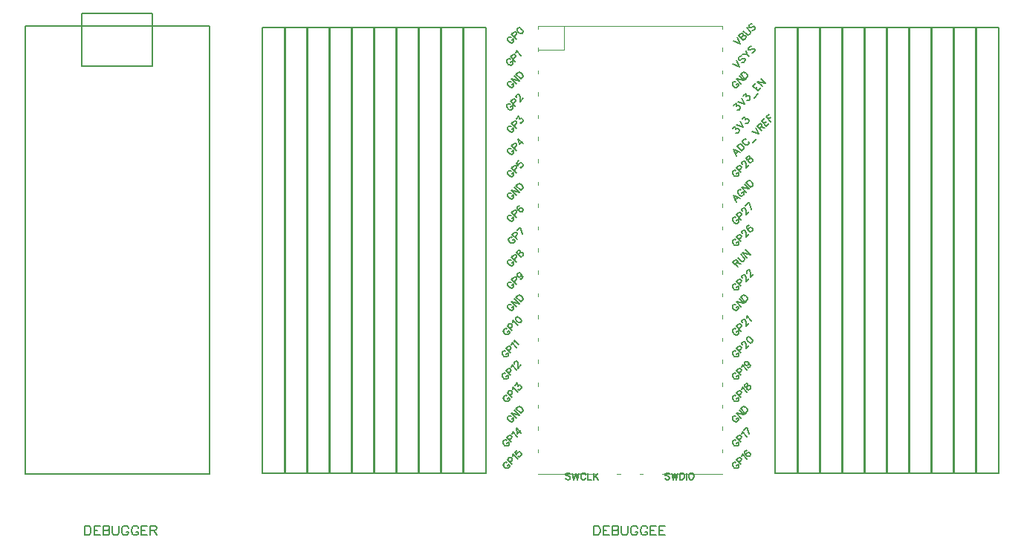
<source format=gto>
G04 Layer: TopSilkscreenLayer*
G04 EasyEDA v6.5.1, 2022-06-12 07:01:07*
G04 a67cddfb3fce44daa9051d46cbbcc19f,10*
G04 Gerber Generator version 0.2*
G04 Scale: 100 percent, Rotated: No, Reflected: No *
G04 Dimensions in inches *
G04 leading zeros omitted , absolute positions ,3 integer and 6 decimal *
%FSLAX36Y36*%
%MOIN*%

%ADD19C,0.0080*%
%ADD20C,0.0047*%
%ADD21C,0.0050*%
%ADD22C,0.0060*%
%ADD23C,0.0059*%

%LPD*%
D22*
X2737799Y163499D02*
G01*
X2737799Y120599D01*
X2737799Y163499D02*
G01*
X2752100Y163499D01*
X2758199Y161500D01*
X2762299Y157399D01*
X2764399Y153299D01*
X2766400Y147199D01*
X2766400Y136900D01*
X2764399Y130799D01*
X2762299Y126700D01*
X2758199Y122600D01*
X2752100Y120599D01*
X2737799Y120599D01*
X2779899Y163499D02*
G01*
X2779899Y120599D01*
X2779899Y163499D02*
G01*
X2806499Y163499D01*
X2779899Y143099D02*
G01*
X2796300Y143099D01*
X2779899Y120599D02*
G01*
X2806499Y120599D01*
X2820000Y163499D02*
G01*
X2820000Y120599D01*
X2820000Y163499D02*
G01*
X2838400Y163499D01*
X2844600Y161500D01*
X2846599Y159400D01*
X2848699Y155300D01*
X2848699Y151199D01*
X2846599Y147199D01*
X2844600Y145100D01*
X2838400Y143099D01*
X2820000Y143099D02*
G01*
X2838400Y143099D01*
X2844600Y140999D01*
X2846599Y139000D01*
X2848699Y134899D01*
X2848699Y128699D01*
X2846599Y124699D01*
X2844600Y122600D01*
X2838400Y120599D01*
X2820000Y120599D01*
X2862200Y163499D02*
G01*
X2862200Y132800D01*
X2864200Y126700D01*
X2868299Y122600D01*
X2874399Y120599D01*
X2878500Y120599D01*
X2884700Y122600D01*
X2888699Y126700D01*
X2890799Y132800D01*
X2890799Y163499D01*
X2935000Y153299D02*
G01*
X2932899Y157399D01*
X2928800Y161500D01*
X2924700Y163499D01*
X2916599Y163499D01*
X2912500Y161500D01*
X2908400Y157399D01*
X2906300Y153299D01*
X2904300Y147199D01*
X2904300Y136900D01*
X2906300Y130799D01*
X2908400Y126700D01*
X2912500Y122600D01*
X2916599Y120599D01*
X2924700Y120599D01*
X2928800Y122600D01*
X2932899Y126700D01*
X2935000Y130799D01*
X2935000Y136900D01*
X2924700Y136900D02*
G01*
X2935000Y136900D01*
X2979200Y153299D02*
G01*
X2977100Y157399D01*
X2973000Y161500D01*
X2968900Y163499D01*
X2960699Y163499D01*
X2956700Y161500D01*
X2952600Y157399D01*
X2950500Y153299D01*
X2948500Y147199D01*
X2948500Y136900D01*
X2950500Y130799D01*
X2952600Y126700D01*
X2956700Y122600D01*
X2960699Y120599D01*
X2968900Y120599D01*
X2973000Y122600D01*
X2977100Y126700D01*
X2979200Y130799D01*
X2979200Y136900D01*
X2968900Y136900D02*
G01*
X2979200Y136900D01*
X2992700Y163499D02*
G01*
X2992700Y120599D01*
X2992700Y163499D02*
G01*
X3019200Y163499D01*
X2992700Y143099D02*
G01*
X3008999Y143099D01*
X2992700Y120599D02*
G01*
X3019200Y120599D01*
X3032700Y163499D02*
G01*
X3032700Y120599D01*
X3032700Y163499D02*
G01*
X3059300Y163499D01*
X3032700Y143099D02*
G01*
X3049099Y143099D01*
X3032700Y120599D02*
G01*
X3059300Y120599D01*
D23*
X2363186Y2256289D02*
G01*
X2360074Y2257278D01*
X2356116Y2257278D01*
X2353004Y2256289D01*
X2348973Y2252258D01*
X2347983Y2249146D01*
X2347983Y2245187D01*
X2348973Y2242076D01*
X2351024Y2238045D01*
X2356116Y2232953D01*
X2360146Y2230904D01*
X2363186Y2229983D01*
X2367217Y2229913D01*
X2370258Y2230974D01*
X2374287Y2235005D01*
X2375348Y2238045D01*
X2375277Y2242076D01*
X2374359Y2245117D01*
X2371318Y2248157D01*
X2366226Y2243065D02*
G01*
X2371318Y2248157D01*
X2364741Y2268027D02*
G01*
X2386026Y2246743D01*
X2364741Y2268027D02*
G01*
X2373864Y2277148D01*
X2377965Y2279128D01*
X2379944Y2279128D01*
X2383055Y2278137D01*
X2386096Y2275097D01*
X2387016Y2272057D01*
X2387087Y2270007D01*
X2385036Y2265976D01*
X2375915Y2256855D01*
X2389702Y2284785D02*
G01*
X2390693Y2287896D01*
X2390693Y2293978D01*
X2411976Y2272694D01*
X2363186Y2055889D02*
G01*
X2360074Y2056878D01*
X2356116Y2056878D01*
X2353004Y2055889D01*
X2348973Y2051858D01*
X2347983Y2048746D01*
X2347983Y2044787D01*
X2348973Y2041676D01*
X2351024Y2037645D01*
X2356116Y2032554D01*
X2360146Y2030504D01*
X2363186Y2029583D01*
X2367217Y2029513D01*
X2370258Y2030574D01*
X2374287Y2034605D01*
X2375348Y2037645D01*
X2375277Y2041676D01*
X2374359Y2044717D01*
X2371318Y2047757D01*
X2366226Y2042665D02*
G01*
X2371318Y2047757D01*
X2364741Y2067627D02*
G01*
X2386026Y2046343D01*
X2364741Y2067627D02*
G01*
X2373864Y2076747D01*
X2377965Y2078728D01*
X2379944Y2078728D01*
X2383055Y2077737D01*
X2386096Y2074697D01*
X2387016Y2071657D01*
X2387087Y2069607D01*
X2385036Y2065576D01*
X2375915Y2056455D01*
X2391754Y2084456D02*
G01*
X2390763Y2085446D01*
X2389702Y2088485D01*
X2389702Y2090466D01*
X2390693Y2093578D01*
X2394723Y2097608D01*
X2397834Y2098598D01*
X2399814Y2098598D01*
X2402854Y2097537D01*
X2404835Y2095558D01*
X2405896Y2092516D01*
X2406886Y2087426D01*
X2406886Y2067202D01*
X2421099Y2081415D01*
X2367097Y2355861D02*
G01*
X2364058Y2356921D01*
X2360027Y2356851D01*
X2356986Y2355931D01*
X2352885Y2351830D01*
X2351966Y2348789D01*
X2351895Y2344758D01*
X2352956Y2341718D01*
X2354935Y2337617D01*
X2360027Y2332525D01*
X2364129Y2330545D01*
X2367097Y2329555D01*
X2371199Y2329555D01*
X2374170Y2330545D01*
X2378271Y2334647D01*
X2379260Y2337617D01*
X2379260Y2341718D01*
X2378271Y2344688D01*
X2375230Y2347728D01*
X2370209Y2342707D02*
G01*
X2375230Y2347728D01*
X2368725Y2367669D02*
G01*
X2390009Y2346385D01*
X2368725Y2367669D02*
G01*
X2377845Y2376790D01*
X2381877Y2378699D01*
X2383927Y2378771D01*
X2386967Y2377710D01*
X2390009Y2374670D01*
X2390999Y2371700D01*
X2390999Y2369578D01*
X2389018Y2365619D01*
X2379897Y2356496D01*
X2395666Y2394609D02*
G01*
X2393685Y2390509D01*
X2394675Y2385417D01*
X2398706Y2379407D01*
X2401746Y2376367D01*
X2407827Y2372265D01*
X2412919Y2371275D01*
X2416949Y2373326D01*
X2418928Y2375306D01*
X2420979Y2379335D01*
X2419989Y2384427D01*
X2415888Y2390509D01*
X2412848Y2393548D01*
X2406837Y2397579D01*
X2401746Y2398569D01*
X2397645Y2396590D01*
X2395666Y2394609D01*
X2367097Y1955860D02*
G01*
X2364058Y1956921D01*
X2360027Y1956851D01*
X2356986Y1955931D01*
X2352885Y1951830D01*
X2351966Y1948789D01*
X2351895Y1944758D01*
X2352956Y1941718D01*
X2354935Y1937617D01*
X2360027Y1932525D01*
X2364129Y1930545D01*
X2367097Y1929555D01*
X2371199Y1929555D01*
X2374170Y1930545D01*
X2378271Y1934647D01*
X2379260Y1937617D01*
X2379260Y1941718D01*
X2378271Y1944688D01*
X2375230Y1947728D01*
X2370209Y1942707D02*
G01*
X2375230Y1947728D01*
X2368725Y1967669D02*
G01*
X2390009Y1946385D01*
X2368725Y1967669D02*
G01*
X2377845Y1976790D01*
X2381877Y1978699D01*
X2383927Y1978771D01*
X2386967Y1977710D01*
X2390009Y1974670D01*
X2390999Y1971700D01*
X2390999Y1969578D01*
X2389018Y1965619D01*
X2379897Y1956496D01*
X2391563Y1990509D02*
G01*
X2402736Y2001680D01*
X2404786Y1987467D01*
X2407827Y1990509D01*
X2410798Y1991498D01*
X2412919Y1991498D01*
X2416949Y1989448D01*
X2418928Y1987467D01*
X2420979Y1983438D01*
X2420979Y1979335D01*
X2418928Y1975306D01*
X2415888Y1972265D01*
X2411858Y1970214D01*
X2409808Y1970286D01*
X2406837Y1971275D01*
X2367097Y1855860D02*
G01*
X2364058Y1856921D01*
X2360027Y1856851D01*
X2356986Y1855931D01*
X2352885Y1851830D01*
X2351966Y1848789D01*
X2351895Y1844758D01*
X2352956Y1841718D01*
X2354935Y1837617D01*
X2360027Y1832525D01*
X2364129Y1830545D01*
X2367097Y1829555D01*
X2371199Y1829555D01*
X2374170Y1830545D01*
X2378271Y1834647D01*
X2379260Y1837617D01*
X2379260Y1841718D01*
X2378271Y1844688D01*
X2375230Y1847728D01*
X2370209Y1842707D02*
G01*
X2375230Y1847728D01*
X2368725Y1867669D02*
G01*
X2390009Y1846385D01*
X2368725Y1867669D02*
G01*
X2377845Y1876790D01*
X2381877Y1878699D01*
X2383927Y1878771D01*
X2386967Y1877710D01*
X2390009Y1874670D01*
X2390999Y1871700D01*
X2390999Y1869578D01*
X2389018Y1865619D01*
X2379897Y1856496D01*
X2399696Y1898640D02*
G01*
X2403797Y1874315D01*
X2418928Y1889448D01*
X2399696Y1898640D02*
G01*
X2420979Y1877357D01*
X2367097Y1755860D02*
G01*
X2364058Y1756921D01*
X2360027Y1756851D01*
X2356986Y1755931D01*
X2352885Y1751830D01*
X2351966Y1748789D01*
X2351895Y1744758D01*
X2352956Y1741718D01*
X2354935Y1737617D01*
X2360027Y1732525D01*
X2364129Y1730545D01*
X2367097Y1729555D01*
X2371199Y1729555D01*
X2374170Y1730545D01*
X2378271Y1734647D01*
X2379260Y1737617D01*
X2379260Y1741718D01*
X2378271Y1744688D01*
X2375230Y1747728D01*
X2370209Y1742707D02*
G01*
X2375230Y1747728D01*
X2368725Y1767669D02*
G01*
X2390009Y1746385D01*
X2368725Y1767669D02*
G01*
X2377845Y1776790D01*
X2381877Y1778699D01*
X2383927Y1778771D01*
X2386967Y1777710D01*
X2390009Y1774670D01*
X2390999Y1771700D01*
X2390999Y1769578D01*
X2389018Y1765619D01*
X2379897Y1756496D01*
X2401675Y1800619D02*
G01*
X2391563Y1790509D01*
X2399696Y1780396D01*
X2399696Y1782377D01*
X2401746Y1786408D01*
X2404786Y1789448D01*
X2408818Y1791498D01*
X2412919Y1791498D01*
X2416949Y1789448D01*
X2418928Y1787467D01*
X2420979Y1783438D01*
X2420979Y1779335D01*
X2418928Y1775306D01*
X2415888Y1772265D01*
X2411858Y1770214D01*
X2409808Y1770286D01*
X2406837Y1771275D01*
X2367097Y1555860D02*
G01*
X2364058Y1556921D01*
X2360027Y1556851D01*
X2356986Y1555931D01*
X2352885Y1551830D01*
X2351966Y1548789D01*
X2351895Y1544758D01*
X2352956Y1541718D01*
X2354935Y1537617D01*
X2360027Y1532525D01*
X2364129Y1530545D01*
X2367097Y1529555D01*
X2371199Y1529555D01*
X2374170Y1530545D01*
X2378271Y1534647D01*
X2379260Y1537617D01*
X2379260Y1541718D01*
X2378271Y1544688D01*
X2375230Y1547728D01*
X2370209Y1542707D02*
G01*
X2375230Y1547728D01*
X2368725Y1567669D02*
G01*
X2390009Y1546385D01*
X2368725Y1567669D02*
G01*
X2377845Y1576790D01*
X2381877Y1578699D01*
X2383927Y1578771D01*
X2386967Y1577710D01*
X2390009Y1574670D01*
X2390999Y1571700D01*
X2390999Y1569578D01*
X2389018Y1565619D01*
X2379897Y1556496D01*
X2404717Y1597579D02*
G01*
X2401746Y1598569D01*
X2397645Y1596590D01*
X2395666Y1594609D01*
X2393685Y1590509D01*
X2394675Y1585417D01*
X2398706Y1579407D01*
X2403797Y1574315D01*
X2408818Y1571275D01*
X2412919Y1571275D01*
X2416949Y1573326D01*
X2417938Y1574315D01*
X2419989Y1578346D01*
X2419919Y1582377D01*
X2417938Y1586478D01*
X2416949Y1587467D01*
X2412848Y1589448D01*
X2408818Y1589519D01*
X2404786Y1587467D01*
X2403797Y1586478D01*
X2401746Y1582447D01*
X2401746Y1578346D01*
X2403797Y1574315D01*
X2371073Y1457100D02*
G01*
X2367962Y1458090D01*
X2364003Y1458090D01*
X2360961Y1457029D01*
X2356931Y1452998D01*
X2355870Y1449958D01*
X2355799Y1445927D01*
X2356860Y1442887D01*
X2358912Y1438856D01*
X2364003Y1433766D01*
X2368032Y1431714D01*
X2371003Y1430725D01*
X2375104Y1430725D01*
X2378145Y1431786D01*
X2382174Y1435815D01*
X2383235Y1438856D01*
X2383164Y1442887D01*
X2382245Y1445927D01*
X2379206Y1448967D01*
X2374113Y1443877D02*
G01*
X2379206Y1448967D01*
X2372700Y1468766D02*
G01*
X2393913Y1447554D01*
X2372700Y1468766D02*
G01*
X2381822Y1477889D01*
X2385852Y1479940D01*
X2387831Y1479940D01*
X2390943Y1478949D01*
X2393984Y1475909D01*
X2394903Y1472869D01*
X2394974Y1470817D01*
X2392923Y1466786D01*
X2383801Y1457665D01*
X2407701Y1503769D02*
G01*
X2418804Y1472444D01*
X2393559Y1489627D02*
G01*
X2407701Y1503769D01*
X2367097Y1355860D02*
G01*
X2364058Y1356921D01*
X2360027Y1356851D01*
X2356986Y1355931D01*
X2352885Y1351830D01*
X2351966Y1348789D01*
X2351895Y1344758D01*
X2352956Y1341718D01*
X2354935Y1337617D01*
X2360027Y1332525D01*
X2364129Y1330545D01*
X2367097Y1329555D01*
X2371199Y1329555D01*
X2374170Y1330545D01*
X2378271Y1334647D01*
X2379260Y1337617D01*
X2379260Y1341718D01*
X2378271Y1344688D01*
X2375230Y1347728D01*
X2370209Y1342707D02*
G01*
X2375230Y1347728D01*
X2368725Y1367669D02*
G01*
X2390009Y1346385D01*
X2368725Y1367669D02*
G01*
X2377845Y1376790D01*
X2381877Y1378699D01*
X2383927Y1378771D01*
X2386967Y1377710D01*
X2390009Y1374670D01*
X2390999Y1371700D01*
X2390999Y1369578D01*
X2389018Y1365619D01*
X2379897Y1356496D01*
X2394605Y1393548D02*
G01*
X2392624Y1389448D01*
X2393615Y1386478D01*
X2395666Y1384427D01*
X2398706Y1383366D01*
X2401746Y1384427D01*
X2406767Y1387467D01*
X2410868Y1389448D01*
X2414898Y1389519D01*
X2417938Y1388458D01*
X2420979Y1385417D01*
X2421970Y1382447D01*
X2421970Y1380326D01*
X2419919Y1376296D01*
X2415888Y1372265D01*
X2411858Y1370214D01*
X2409808Y1370286D01*
X2406837Y1371275D01*
X2403797Y1374315D01*
X2402736Y1377357D01*
X2402807Y1381386D01*
X2404786Y1385488D01*
X2407827Y1390509D01*
X2408818Y1393479D01*
X2407827Y1396590D01*
X2405776Y1398640D01*
X2402736Y1399560D01*
X2398635Y1397579D01*
X2394605Y1393548D01*
X2367106Y1255862D02*
G01*
X2364065Y1256923D01*
X2360033Y1256853D01*
X2356994Y1255934D01*
X2352893Y1251833D01*
X2351972Y1248791D01*
X2351903Y1244762D01*
X2352962Y1241720D01*
X2354943Y1237620D01*
X2359964Y1232600D01*
X2364065Y1230619D01*
X2367106Y1229558D01*
X2371207Y1229558D01*
X2374176Y1230549D01*
X2378278Y1234650D01*
X2379268Y1237620D01*
X2379268Y1241720D01*
X2378207Y1244762D01*
X2375167Y1247802D01*
X2370146Y1242782D02*
G01*
X2375167Y1247802D01*
X2368732Y1267671D02*
G01*
X2390015Y1246388D01*
X2368732Y1267671D02*
G01*
X2377853Y1276793D01*
X2381884Y1278703D01*
X2383935Y1278773D01*
X2386975Y1277712D01*
X2390015Y1274672D01*
X2391005Y1271703D01*
X2391005Y1269580D01*
X2389026Y1265621D01*
X2379903Y1256500D01*
X2409885Y1294542D02*
G01*
X2411864Y1290441D01*
X2411864Y1286480D01*
X2409814Y1282451D01*
X2408824Y1281460D01*
X2404794Y1279409D01*
X2400763Y1279339D01*
X2396733Y1281390D01*
X2395672Y1282451D01*
X2393621Y1286480D01*
X2393693Y1290511D01*
X2395672Y1294612D01*
X2396662Y1295603D01*
X2400763Y1297582D01*
X2404723Y1297582D01*
X2409885Y1294542D01*
X2414906Y1289522D01*
X2418936Y1283370D01*
X2419997Y1278348D01*
X2417947Y1274319D01*
X2415896Y1272267D01*
X2411864Y1270217D01*
X2408824Y1271278D01*
X2348195Y1046968D02*
G01*
X2345155Y1048027D01*
X2341124Y1047957D01*
X2338013Y1046968D01*
X2333982Y1042937D01*
X2333063Y1039897D01*
X2332992Y1035866D01*
X2334053Y1032824D01*
X2336032Y1028724D01*
X2341124Y1023632D01*
X2345226Y1021653D01*
X2348195Y1020662D01*
X2352296Y1020662D01*
X2355267Y1021653D01*
X2359296Y1025684D01*
X2360357Y1028724D01*
X2360357Y1032824D01*
X2359368Y1035794D01*
X2356327Y1038836D01*
X2351235Y1033744D02*
G01*
X2356327Y1038836D01*
X2349822Y1058775D02*
G01*
X2371106Y1037492D01*
X2349822Y1058775D02*
G01*
X2358873Y1067827D01*
X2362974Y1069807D01*
X2365024Y1069877D01*
X2368064Y1068816D01*
X2371106Y1065776D01*
X2372096Y1062806D01*
X2372096Y1060684D01*
X2370045Y1056655D01*
X2360994Y1047604D01*
X2374782Y1075534D02*
G01*
X2375702Y1078575D01*
X2375702Y1084656D01*
X2396985Y1063371D01*
X2388500Y1097455D02*
G01*
X2386521Y1093353D01*
X2387511Y1088263D01*
X2391540Y1082251D01*
X2394582Y1079212D01*
X2400663Y1075109D01*
X2405753Y1074121D01*
X2409785Y1076170D01*
X2411764Y1078150D01*
X2413815Y1082181D01*
X2412825Y1087273D01*
X2408724Y1093353D01*
X2405682Y1096394D01*
X2399673Y1100425D01*
X2394582Y1101415D01*
X2390481Y1099434D01*
X2388500Y1097455D01*
X2342480Y947002D02*
G01*
X2339369Y947993D01*
X2335410Y947993D01*
X2332299Y947002D01*
X2328267Y942971D01*
X2327277Y939861D01*
X2327206Y935830D01*
X2328267Y932790D01*
X2330318Y928760D01*
X2335410Y923667D01*
X2339440Y921617D01*
X2342410Y920628D01*
X2346511Y920628D01*
X2349552Y921689D01*
X2353581Y925718D01*
X2354642Y928760D01*
X2354571Y932790D01*
X2353653Y935830D01*
X2350613Y938870D01*
X2345520Y933780D02*
G01*
X2350613Y938870D01*
X2344036Y958741D02*
G01*
X2365320Y937456D01*
X2344036Y958741D02*
G01*
X2353158Y967863D01*
X2357259Y969843D01*
X2359238Y969843D01*
X2362350Y968852D01*
X2365390Y965812D01*
X2366310Y962770D01*
X2366381Y960720D01*
X2364330Y956689D01*
X2355209Y947568D01*
X2368996Y975498D02*
G01*
X2369987Y978611D01*
X2369987Y984692D01*
X2391270Y963407D01*
X2380735Y987237D02*
G01*
X2381724Y990349D01*
X2381724Y996430D01*
X2403009Y975145D01*
X2342480Y847002D02*
G01*
X2339369Y847993D01*
X2335410Y847993D01*
X2332299Y847002D01*
X2328267Y842971D01*
X2327277Y839861D01*
X2327206Y835830D01*
X2328267Y832790D01*
X2330318Y828760D01*
X2335410Y823667D01*
X2339440Y821617D01*
X2342410Y820628D01*
X2346511Y820628D01*
X2349552Y821689D01*
X2353581Y825718D01*
X2354642Y828760D01*
X2354571Y832790D01*
X2353653Y835830D01*
X2350613Y838870D01*
X2345520Y833780D02*
G01*
X2350613Y838870D01*
X2344036Y858741D02*
G01*
X2365320Y837456D01*
X2344036Y858741D02*
G01*
X2353158Y867863D01*
X2357259Y869843D01*
X2359238Y869843D01*
X2362350Y868852D01*
X2365390Y865812D01*
X2366310Y862770D01*
X2366381Y860720D01*
X2364330Y856689D01*
X2355209Y847568D01*
X2368996Y875498D02*
G01*
X2369987Y878611D01*
X2369987Y884692D01*
X2391270Y863407D01*
X2382714Y887237D02*
G01*
X2381724Y888227D01*
X2380735Y891338D01*
X2380735Y893317D01*
X2381724Y896430D01*
X2385756Y900459D01*
X2388867Y901449D01*
X2390847Y901449D01*
X2393887Y900390D01*
X2395866Y898409D01*
X2396927Y895369D01*
X2397917Y890277D01*
X2397917Y870055D01*
X2412130Y884268D01*
X2348195Y746968D02*
G01*
X2345155Y748027D01*
X2341124Y747957D01*
X2338013Y746968D01*
X2333982Y742937D01*
X2333063Y739897D01*
X2332992Y735866D01*
X2334053Y732824D01*
X2336032Y728724D01*
X2341124Y723632D01*
X2345226Y721653D01*
X2348195Y720662D01*
X2352296Y720662D01*
X2355267Y721653D01*
X2359296Y725684D01*
X2360357Y728724D01*
X2360357Y732824D01*
X2359368Y735794D01*
X2356327Y738836D01*
X2351235Y733744D02*
G01*
X2356327Y738836D01*
X2349822Y758775D02*
G01*
X2371106Y737492D01*
X2349822Y758775D02*
G01*
X2358873Y767827D01*
X2362974Y769807D01*
X2365024Y769877D01*
X2368064Y768816D01*
X2371106Y765776D01*
X2372096Y762806D01*
X2372096Y760684D01*
X2370045Y756655D01*
X2360994Y747604D01*
X2374782Y775534D02*
G01*
X2375702Y778575D01*
X2375702Y784656D01*
X2396985Y763371D01*
X2384399Y793353D02*
G01*
X2395572Y804526D01*
X2397622Y790313D01*
X2400663Y793353D01*
X2403633Y794344D01*
X2405753Y794344D01*
X2409785Y792292D01*
X2411764Y790313D01*
X2413815Y786282D01*
X2413815Y782181D01*
X2411764Y778150D01*
X2408724Y775109D01*
X2404692Y773060D01*
X2402642Y773130D01*
X2399673Y774121D01*
X2346392Y546975D02*
G01*
X2343352Y548034D01*
X2339322Y547964D01*
X2336210Y546975D01*
X2332179Y542944D01*
X2331189Y539832D01*
X2331189Y535873D01*
X2332250Y532833D01*
X2334229Y528730D01*
X2339322Y523640D01*
X2343423Y521660D01*
X2346392Y520670D01*
X2350423Y520599D01*
X2353464Y521660D01*
X2357493Y525691D01*
X2358554Y528730D01*
X2358554Y532833D01*
X2357565Y535801D01*
X2354524Y538843D01*
X2349432Y533751D02*
G01*
X2354524Y538843D01*
X2347947Y558712D02*
G01*
X2369232Y537429D01*
X2347947Y558712D02*
G01*
X2357070Y567833D01*
X2361171Y569814D01*
X2363221Y569884D01*
X2366261Y568823D01*
X2369303Y565783D01*
X2370293Y562813D01*
X2370293Y560693D01*
X2368242Y556662D01*
X2359120Y547539D01*
X2372908Y575470D02*
G01*
X2373899Y578582D01*
X2373899Y584663D01*
X2395182Y563380D01*
X2390727Y601493D02*
G01*
X2394828Y577168D01*
X2409961Y592300D01*
X2390727Y601493D02*
G01*
X2412012Y580208D01*
X2348195Y446968D02*
G01*
X2345155Y448027D01*
X2341124Y447957D01*
X2338013Y446968D01*
X2333982Y442937D01*
X2333063Y439897D01*
X2332992Y435866D01*
X2334053Y432824D01*
X2336032Y428724D01*
X2341124Y423632D01*
X2345226Y421653D01*
X2348195Y420662D01*
X2352296Y420662D01*
X2355267Y421653D01*
X2359296Y425684D01*
X2360357Y428724D01*
X2360357Y432824D01*
X2359368Y435794D01*
X2356327Y438836D01*
X2351235Y433744D02*
G01*
X2356327Y438836D01*
X2349822Y458775D02*
G01*
X2371106Y437492D01*
X2349822Y458775D02*
G01*
X2358873Y467827D01*
X2362974Y469807D01*
X2365024Y469877D01*
X2368064Y468816D01*
X2371106Y465776D01*
X2372096Y462806D01*
X2372096Y460684D01*
X2370045Y456655D01*
X2360994Y447604D01*
X2374782Y475534D02*
G01*
X2375702Y478575D01*
X2375702Y484655D01*
X2396985Y463371D01*
X2394511Y503465D02*
G01*
X2384399Y493353D01*
X2392530Y483242D01*
X2392530Y485221D01*
X2394582Y489252D01*
X2397622Y492292D01*
X2401652Y494344D01*
X2405753Y494344D01*
X2409785Y492292D01*
X2411764Y490313D01*
X2413815Y486282D01*
X2413815Y482181D01*
X2411764Y478150D01*
X2408724Y475109D01*
X2404692Y473060D01*
X2402642Y473130D01*
X2399673Y474121D01*
X3376086Y446988D02*
G01*
X3372974Y447979D01*
X3369016Y447979D01*
X3365904Y446988D01*
X3361873Y442957D01*
X3360883Y439846D01*
X3360883Y435886D01*
X3361873Y432775D01*
X3363924Y428744D01*
X3369016Y423654D01*
X3373046Y421604D01*
X3376086Y420684D01*
X3380117Y420614D01*
X3383158Y421673D01*
X3387187Y425704D01*
X3388248Y428744D01*
X3388177Y432775D01*
X3387259Y435817D01*
X3384218Y438856D01*
X3379126Y433766D02*
G01*
X3384218Y438856D01*
X3377641Y458726D02*
G01*
X3398926Y437442D01*
X3377641Y458726D02*
G01*
X3386764Y467847D01*
X3390865Y469828D01*
X3392844Y469828D01*
X3395955Y468838D01*
X3398996Y465797D01*
X3399916Y462757D01*
X3399987Y460707D01*
X3397935Y456676D01*
X3388815Y447555D01*
X3402602Y475484D02*
G01*
X3403593Y478596D01*
X3403593Y484677D01*
X3424876Y463393D01*
X3425442Y500446D02*
G01*
X3422473Y501435D01*
X3418371Y499456D01*
X3416320Y497406D01*
X3414341Y493303D01*
X3415402Y488283D01*
X3419362Y482202D01*
X3424453Y477112D01*
X3429543Y474142D01*
X3433575Y474070D01*
X3437605Y476122D01*
X3438666Y477181D01*
X3440716Y481212D01*
X3440645Y485243D01*
X3438594Y489274D01*
X3437605Y490264D01*
X3433575Y492314D01*
X3429543Y492384D01*
X3425514Y490333D01*
X3424453Y489274D01*
X3422402Y485243D01*
X3422473Y481212D01*
X3424453Y477112D01*
X3376086Y546988D02*
G01*
X3372974Y547979D01*
X3369016Y547979D01*
X3365904Y546988D01*
X3361873Y542957D01*
X3360883Y539846D01*
X3360883Y535886D01*
X3361873Y532775D01*
X3363924Y528744D01*
X3369016Y523654D01*
X3373046Y521604D01*
X3376086Y520684D01*
X3380117Y520614D01*
X3383158Y521673D01*
X3387187Y525704D01*
X3388248Y528744D01*
X3388177Y532775D01*
X3387259Y535817D01*
X3384218Y538856D01*
X3379126Y533766D02*
G01*
X3384218Y538856D01*
X3377641Y558726D02*
G01*
X3398926Y537442D01*
X3377641Y558726D02*
G01*
X3386764Y567847D01*
X3390865Y569828D01*
X3392844Y569828D01*
X3395955Y568838D01*
X3398996Y565797D01*
X3399916Y562757D01*
X3399987Y560707D01*
X3397935Y556676D01*
X3388815Y547555D01*
X3402602Y575484D02*
G01*
X3403593Y578596D01*
X3403593Y584677D01*
X3424876Y563393D01*
X3424453Y605536D02*
G01*
X3435625Y574142D01*
X3410240Y591323D02*
G01*
X3424453Y605536D01*
X3376086Y746988D02*
G01*
X3372974Y747979D01*
X3369016Y747979D01*
X3365904Y746988D01*
X3361873Y742957D01*
X3360883Y739846D01*
X3360883Y735886D01*
X3361873Y732775D01*
X3363924Y728744D01*
X3369016Y723654D01*
X3373046Y721604D01*
X3376086Y720684D01*
X3380117Y720614D01*
X3383158Y721673D01*
X3387187Y725704D01*
X3388248Y728744D01*
X3388177Y732775D01*
X3387259Y735817D01*
X3384218Y738856D01*
X3379126Y733766D02*
G01*
X3384218Y738856D01*
X3377641Y758726D02*
G01*
X3398926Y737442D01*
X3377641Y758726D02*
G01*
X3386764Y767847D01*
X3390865Y769828D01*
X3392844Y769828D01*
X3395955Y768838D01*
X3398996Y765797D01*
X3399916Y762757D01*
X3399987Y760707D01*
X3397935Y756676D01*
X3388815Y747555D01*
X3402602Y775484D02*
G01*
X3403593Y778596D01*
X3403593Y784677D01*
X3424876Y763393D01*
X3415330Y796415D02*
G01*
X3413351Y792314D01*
X3414341Y789344D01*
X3416391Y787294D01*
X3419431Y786233D01*
X3422473Y787294D01*
X3427493Y790333D01*
X3431594Y792314D01*
X3435554Y792314D01*
X3438666Y791323D01*
X3441706Y788283D01*
X3442626Y785243D01*
X3442695Y783193D01*
X3440645Y779162D01*
X3436615Y775131D01*
X3432584Y773081D01*
X3430533Y773152D01*
X3427493Y774070D01*
X3424453Y777112D01*
X3423463Y780223D01*
X3423463Y784182D01*
X3425442Y788283D01*
X3428554Y793375D01*
X3429543Y796345D01*
X3428482Y799385D01*
X3426432Y801435D01*
X3423463Y802426D01*
X3419362Y800446D01*
X3415330Y796415D01*
X3376086Y846988D02*
G01*
X3372974Y847979D01*
X3369016Y847979D01*
X3365904Y846988D01*
X3361873Y842957D01*
X3360883Y839846D01*
X3360883Y835886D01*
X3361873Y832775D01*
X3363924Y828744D01*
X3369016Y823654D01*
X3373046Y821604D01*
X3376086Y820684D01*
X3380117Y820614D01*
X3383158Y821673D01*
X3387187Y825704D01*
X3388248Y828744D01*
X3388177Y832775D01*
X3387259Y835817D01*
X3384218Y838856D01*
X3379126Y833766D02*
G01*
X3384218Y838856D01*
X3377641Y858726D02*
G01*
X3398926Y837442D01*
X3377641Y858726D02*
G01*
X3386764Y867847D01*
X3390865Y869828D01*
X3392844Y869828D01*
X3395955Y868838D01*
X3398996Y865797D01*
X3399916Y862757D01*
X3399987Y860707D01*
X3397935Y856676D01*
X3388815Y847555D01*
X3402602Y875484D02*
G01*
X3403593Y878596D01*
X3403593Y884677D01*
X3424876Y863393D01*
X3430533Y897334D02*
G01*
X3432584Y893303D01*
X3432584Y889344D01*
X3430604Y885243D01*
X3429543Y884182D01*
X3425442Y882202D01*
X3421482Y882202D01*
X3417381Y884182D01*
X3416320Y885243D01*
X3414341Y889344D01*
X3414341Y893303D01*
X3416320Y897406D01*
X3417381Y898465D01*
X3421482Y900446D01*
X3425442Y900446D01*
X3430533Y897334D01*
X3435554Y892314D01*
X3439656Y886233D01*
X3440716Y881212D01*
X3438666Y877181D01*
X3436615Y875131D01*
X3432584Y873081D01*
X3429543Y874142D01*
X3376086Y946988D02*
G01*
X3372974Y947979D01*
X3369016Y947979D01*
X3365904Y946988D01*
X3361873Y942957D01*
X3360883Y939846D01*
X3360883Y935886D01*
X3361873Y932775D01*
X3363924Y928744D01*
X3369016Y923654D01*
X3373046Y921604D01*
X3376086Y920684D01*
X3380117Y920614D01*
X3383158Y921673D01*
X3387187Y925704D01*
X3388248Y928744D01*
X3388177Y932775D01*
X3387259Y935817D01*
X3384218Y938856D01*
X3379126Y933766D02*
G01*
X3384218Y938856D01*
X3377641Y958726D02*
G01*
X3398926Y937442D01*
X3377641Y958726D02*
G01*
X3386764Y967847D01*
X3390865Y969828D01*
X3392844Y969828D01*
X3395955Y968838D01*
X3398996Y965797D01*
X3399916Y962757D01*
X3399987Y960707D01*
X3397935Y956676D01*
X3388815Y947555D01*
X3404654Y975556D02*
G01*
X3403663Y976545D01*
X3402602Y979585D01*
X3402602Y981565D01*
X3403593Y984677D01*
X3407623Y988708D01*
X3410735Y989697D01*
X3412714Y989697D01*
X3415754Y988636D01*
X3417735Y986658D01*
X3418796Y983616D01*
X3419786Y978526D01*
X3419786Y958303D01*
X3433999Y972514D01*
X3425442Y1006527D02*
G01*
X3423463Y1002426D01*
X3424524Y997406D01*
X3428482Y991323D01*
X3431523Y988283D01*
X3437676Y984252D01*
X3442695Y983193D01*
X3446727Y985243D01*
X3448777Y987294D01*
X3450828Y991323D01*
X3449767Y996345D01*
X3445736Y1002496D01*
X3442695Y1005536D01*
X3436615Y1009497D01*
X3431594Y1010558D01*
X3427493Y1008578D01*
X3425442Y1006527D01*
X3376086Y1046588D02*
G01*
X3372974Y1047579D01*
X3369016Y1047579D01*
X3365904Y1046588D01*
X3361873Y1042557D01*
X3360883Y1039447D01*
X3360883Y1035486D01*
X3361873Y1032375D01*
X3363924Y1028344D01*
X3369016Y1023254D01*
X3373046Y1021203D01*
X3376086Y1020284D01*
X3380117Y1020214D01*
X3383158Y1021273D01*
X3387187Y1025304D01*
X3388248Y1028344D01*
X3388177Y1032375D01*
X3387259Y1035417D01*
X3384218Y1038456D01*
X3379126Y1033366D02*
G01*
X3384218Y1038456D01*
X3377641Y1058326D02*
G01*
X3398926Y1037042D01*
X3377641Y1058326D02*
G01*
X3386764Y1067447D01*
X3390865Y1069427D01*
X3392844Y1069427D01*
X3395955Y1068438D01*
X3398996Y1065398D01*
X3399916Y1062357D01*
X3399987Y1060306D01*
X3397935Y1056275D01*
X3388815Y1047154D01*
X3404654Y1075156D02*
G01*
X3403663Y1076145D01*
X3402602Y1079185D01*
X3402602Y1081165D01*
X3403593Y1084277D01*
X3407623Y1088308D01*
X3410735Y1089297D01*
X3412714Y1089297D01*
X3415754Y1088236D01*
X3417735Y1086257D01*
X3418796Y1083216D01*
X3419786Y1078126D01*
X3419786Y1057903D01*
X3433999Y1072114D01*
X3423463Y1095945D02*
G01*
X3424453Y1099056D01*
X3424453Y1105136D01*
X3445736Y1083852D01*
X3376086Y1246988D02*
G01*
X3372974Y1247979D01*
X3369016Y1247979D01*
X3365904Y1246988D01*
X3361873Y1242957D01*
X3360883Y1239846D01*
X3360883Y1235886D01*
X3361873Y1232775D01*
X3363924Y1228744D01*
X3369016Y1223654D01*
X3373046Y1221604D01*
X3376086Y1220684D01*
X3380117Y1220614D01*
X3383158Y1221673D01*
X3387187Y1225704D01*
X3388248Y1228744D01*
X3388177Y1232775D01*
X3387259Y1235817D01*
X3384218Y1238856D01*
X3379126Y1233766D02*
G01*
X3384218Y1238856D01*
X3377641Y1258726D02*
G01*
X3398926Y1237442D01*
X3377641Y1258726D02*
G01*
X3386764Y1267847D01*
X3390865Y1269828D01*
X3392844Y1269828D01*
X3395955Y1268838D01*
X3398996Y1265797D01*
X3399916Y1262757D01*
X3399987Y1260707D01*
X3397935Y1256676D01*
X3388815Y1247555D01*
X3404654Y1275556D02*
G01*
X3403663Y1276545D01*
X3402602Y1279585D01*
X3402602Y1281565D01*
X3403593Y1284677D01*
X3407623Y1288708D01*
X3410735Y1289697D01*
X3412714Y1289697D01*
X3415754Y1288636D01*
X3417735Y1286658D01*
X3418796Y1283616D01*
X3419786Y1278526D01*
X3419786Y1258303D01*
X3433999Y1272514D01*
X3425514Y1296415D02*
G01*
X3424524Y1297406D01*
X3423463Y1300446D01*
X3423463Y1302426D01*
X3424453Y1305536D01*
X3428482Y1309567D01*
X3431594Y1310558D01*
X3433575Y1310558D01*
X3436615Y1309497D01*
X3438594Y1307516D01*
X3439656Y1304477D01*
X3440645Y1299385D01*
X3440645Y1279162D01*
X3454858Y1293375D01*
X3362587Y1345790D02*
G01*
X3383870Y1324506D01*
X3362587Y1345790D02*
G01*
X3371709Y1354913D01*
X3375810Y1356893D01*
X3377790Y1356893D01*
X3380829Y1355832D01*
X3382809Y1353852D01*
X3383870Y1350812D01*
X3383870Y1348832D01*
X3381890Y1344731D01*
X3372768Y1335608D01*
X3379840Y1342680D02*
G01*
X3398013Y1338649D01*
X3383446Y1366651D02*
G01*
X3398648Y1351448D01*
X3402680Y1349398D01*
X3406781Y1349398D01*
X3410811Y1351448D01*
X3412791Y1353427D01*
X3414841Y1357458D01*
X3414841Y1361559D01*
X3412791Y1365590D01*
X3397588Y1380792D01*
X3404305Y1387510D02*
G01*
X3425590Y1366226D01*
X3404305Y1387510D02*
G01*
X3439732Y1380369D01*
X3418447Y1401653D02*
G01*
X3439732Y1380369D01*
X3376086Y1446988D02*
G01*
X3372974Y1447979D01*
X3369016Y1447979D01*
X3365904Y1446988D01*
X3361873Y1442957D01*
X3360883Y1439846D01*
X3360883Y1435886D01*
X3361873Y1432775D01*
X3363924Y1428744D01*
X3369016Y1423654D01*
X3373046Y1421604D01*
X3376086Y1420684D01*
X3380117Y1420614D01*
X3383158Y1421673D01*
X3387187Y1425704D01*
X3388248Y1428744D01*
X3388177Y1432775D01*
X3387259Y1435817D01*
X3384218Y1438856D01*
X3379126Y1433766D02*
G01*
X3384218Y1438856D01*
X3377641Y1458726D02*
G01*
X3398926Y1437442D01*
X3377641Y1458726D02*
G01*
X3386764Y1467847D01*
X3390865Y1469828D01*
X3392844Y1469828D01*
X3395955Y1468838D01*
X3398996Y1465797D01*
X3399916Y1462757D01*
X3399987Y1460707D01*
X3397935Y1456676D01*
X3388815Y1447555D01*
X3404654Y1475556D02*
G01*
X3403663Y1476545D01*
X3402602Y1479585D01*
X3402602Y1481565D01*
X3403593Y1484677D01*
X3407623Y1488708D01*
X3410735Y1489697D01*
X3412714Y1489697D01*
X3415754Y1488636D01*
X3417735Y1486658D01*
X3418796Y1483616D01*
X3419786Y1478526D01*
X3419786Y1458303D01*
X3433999Y1472514D01*
X3434564Y1509567D02*
G01*
X3431594Y1510558D01*
X3427493Y1508578D01*
X3425442Y1506527D01*
X3423463Y1502426D01*
X3424524Y1497406D01*
X3428482Y1491323D01*
X3433575Y1486233D01*
X3438666Y1483263D01*
X3442695Y1483193D01*
X3446727Y1485243D01*
X3447717Y1486233D01*
X3449767Y1490264D01*
X3449767Y1494364D01*
X3447717Y1498395D01*
X3446727Y1499385D01*
X3442695Y1501435D01*
X3438594Y1501435D01*
X3434564Y1499385D01*
X3433575Y1498395D01*
X3431523Y1494364D01*
X3431594Y1490333D01*
X3433575Y1486233D01*
X3376086Y1546588D02*
G01*
X3372974Y1547579D01*
X3369016Y1547579D01*
X3365904Y1546588D01*
X3361873Y1542557D01*
X3360883Y1539447D01*
X3360883Y1535486D01*
X3361873Y1532375D01*
X3363924Y1528344D01*
X3369016Y1523254D01*
X3373046Y1521203D01*
X3376086Y1520284D01*
X3380117Y1520214D01*
X3383158Y1521273D01*
X3387187Y1525304D01*
X3388248Y1528344D01*
X3388177Y1532375D01*
X3387259Y1535417D01*
X3384218Y1538456D01*
X3379126Y1533366D02*
G01*
X3384218Y1538456D01*
X3377641Y1558326D02*
G01*
X3398926Y1537042D01*
X3377641Y1558326D02*
G01*
X3386764Y1567447D01*
X3390865Y1569427D01*
X3392844Y1569427D01*
X3395955Y1568438D01*
X3398996Y1565398D01*
X3399916Y1562357D01*
X3399987Y1560306D01*
X3397935Y1556275D01*
X3388815Y1547154D01*
X3404654Y1575156D02*
G01*
X3403663Y1576145D01*
X3402602Y1579185D01*
X3402602Y1581165D01*
X3403593Y1584277D01*
X3407623Y1588308D01*
X3410735Y1589297D01*
X3412714Y1589297D01*
X3415754Y1588236D01*
X3417735Y1586257D01*
X3418796Y1583216D01*
X3419786Y1578126D01*
X3419786Y1557903D01*
X3433999Y1572114D01*
X3433575Y1614259D02*
G01*
X3444675Y1582793D01*
X3419362Y1600046D02*
G01*
X3433575Y1614259D01*
X3376086Y1756988D02*
G01*
X3372974Y1757979D01*
X3369016Y1757979D01*
X3365904Y1756988D01*
X3361873Y1752957D01*
X3360883Y1749846D01*
X3360883Y1745886D01*
X3361873Y1742775D01*
X3363924Y1738744D01*
X3369016Y1733654D01*
X3373046Y1731604D01*
X3376086Y1730684D01*
X3380117Y1730614D01*
X3383158Y1731673D01*
X3387187Y1735704D01*
X3388248Y1738744D01*
X3388177Y1742775D01*
X3387259Y1745817D01*
X3384218Y1748856D01*
X3379126Y1743766D02*
G01*
X3384218Y1748856D01*
X3377641Y1768726D02*
G01*
X3398926Y1747442D01*
X3377641Y1768726D02*
G01*
X3386764Y1777847D01*
X3390865Y1779828D01*
X3392844Y1779828D01*
X3395955Y1778838D01*
X3398996Y1775797D01*
X3399916Y1772757D01*
X3399987Y1770707D01*
X3397935Y1766676D01*
X3388815Y1757555D01*
X3404654Y1785556D02*
G01*
X3403663Y1786545D01*
X3402602Y1789585D01*
X3402602Y1791565D01*
X3403593Y1794677D01*
X3407623Y1798708D01*
X3410735Y1799697D01*
X3412714Y1799697D01*
X3415754Y1798636D01*
X3417735Y1796658D01*
X3418796Y1793616D01*
X3419786Y1788526D01*
X3419786Y1768303D01*
X3433999Y1782514D01*
X3424453Y1815536D02*
G01*
X3422473Y1811435D01*
X3423463Y1808465D01*
X3425514Y1806415D01*
X3428554Y1805354D01*
X3431523Y1806345D01*
X3436615Y1809456D01*
X3440716Y1811435D01*
X3444675Y1811435D01*
X3447786Y1810446D01*
X3450828Y1807406D01*
X3451746Y1804364D01*
X3451818Y1802314D01*
X3449767Y1798283D01*
X3445736Y1794252D01*
X3441706Y1792202D01*
X3439656Y1792273D01*
X3436615Y1793193D01*
X3433575Y1796233D01*
X3432584Y1799344D01*
X3432584Y1803303D01*
X3434564Y1807406D01*
X3437605Y1812426D01*
X3438666Y1815466D01*
X3437605Y1818506D01*
X3435554Y1820558D01*
X3432584Y1821547D01*
X3428482Y1819567D01*
X3424453Y1815536D01*
X3365591Y1851428D02*
G01*
X3378672Y1822082D01*
X3365591Y1851428D02*
G01*
X3394865Y1838276D01*
X3374642Y1832195D02*
G01*
X3384754Y1842307D01*
X3380370Y1866206D02*
G01*
X3401583Y1844994D01*
X3380370Y1866206D02*
G01*
X3387440Y1873278D01*
X3391471Y1875327D01*
X3395501Y1875399D01*
X3398541Y1874337D01*
X3402573Y1872287D01*
X3407664Y1867197D01*
X3409714Y1863166D01*
X3410704Y1860196D01*
X3410704Y1856095D01*
X3408653Y1852064D01*
X3401583Y1844994D01*
X3421382Y1897177D02*
G01*
X3418341Y1898238D01*
X3414310Y1898168D01*
X3411341Y1897177D01*
X3407309Y1893148D01*
X3406250Y1890106D01*
X3406179Y1886075D01*
X3407240Y1883036D01*
X3409290Y1879005D01*
X3414381Y1873913D01*
X3418411Y1871864D01*
X3421382Y1870873D01*
X3425483Y1870873D01*
X3428523Y1871934D01*
X3432554Y1875965D01*
X3433544Y1878935D01*
X3433544Y1883036D01*
X3432554Y1886006D01*
X3451363Y1880632D02*
G01*
X3469606Y1898874D01*
X3447969Y1933805D02*
G01*
X3477313Y1920725D01*
X3464161Y1949998D02*
G01*
X3477313Y1920725D01*
X3470879Y1956716D02*
G01*
X3492092Y1935502D01*
X3470879Y1956716D02*
G01*
X3480001Y1965837D01*
X3484031Y1967889D01*
X3486010Y1967889D01*
X3489052Y1966828D01*
X3491031Y1964848D01*
X3492092Y1961808D01*
X3492092Y1959828D01*
X3490113Y1955725D01*
X3480991Y1946604D01*
X3488062Y1953676D02*
G01*
X3506234Y1949645D01*
X3491738Y1977575D02*
G01*
X3512951Y1956363D01*
X3491738Y1977575D02*
G01*
X3504890Y1990727D01*
X3501850Y1967464D02*
G01*
X3509912Y1975524D01*
X3512951Y1956363D02*
G01*
X3526103Y1969515D01*
X3511538Y1997375D02*
G01*
X3532750Y1976161D01*
X3511538Y1997375D02*
G01*
X3524690Y2010527D01*
X3521649Y1987262D02*
G01*
X3529781Y1995394D01*
X3360693Y1945007D02*
G01*
X3371866Y1956179D01*
X3373846Y1942037D01*
X3376886Y1945077D01*
X3379926Y1945997D01*
X3381976Y1946068D01*
X3386008Y1944016D01*
X3388058Y1941966D01*
X3390109Y1937935D01*
X3390038Y1933906D01*
X3388058Y1929803D01*
X3385018Y1926763D01*
X3380916Y1924783D01*
X3378936Y1924783D01*
X3375896Y1925844D01*
X3379502Y1963816D02*
G01*
X3408918Y1950664D01*
X3395766Y1980079D02*
G01*
X3408918Y1950664D01*
X3404462Y1988777D02*
G01*
X3415564Y1999879D01*
X3417545Y1985736D01*
X3420585Y1988777D01*
X3423697Y1989767D01*
X3425676Y1989767D01*
X3429777Y1987786D01*
X3431827Y1985736D01*
X3433807Y1981635D01*
X3433807Y1977674D01*
X3431827Y1973573D01*
X3428788Y1970533D01*
X3424687Y1968553D01*
X3422636Y1968483D01*
X3419594Y1969544D01*
X3365478Y2048225D02*
G01*
X3376579Y2059326D01*
X3378630Y2045113D01*
X3381670Y2048155D01*
X3384710Y2049214D01*
X3386691Y2049214D01*
X3390792Y2047235D01*
X3392843Y2045185D01*
X3394822Y2041084D01*
X3394822Y2037123D01*
X3392843Y2033022D01*
X3389801Y2029982D01*
X3385700Y2028002D01*
X3383720Y2028002D01*
X3380609Y2028991D01*
X3384287Y2067033D02*
G01*
X3413702Y2053881D01*
X3400478Y2083227D02*
G01*
X3413702Y2053881D01*
X3409176Y2091925D02*
G01*
X3420348Y2103096D01*
X3422399Y2088883D01*
X3425439Y2091925D01*
X3428481Y2092984D01*
X3430460Y2092984D01*
X3434490Y2090934D01*
X3436541Y2088883D01*
X3438591Y2084854D01*
X3438522Y2080823D01*
X3436541Y2076721D01*
X3433500Y2073681D01*
X3429399Y2071700D01*
X3427420Y2071700D01*
X3424380Y2072761D01*
X3456410Y2082449D02*
G01*
X3474584Y2100621D01*
X3452947Y2135695D02*
G01*
X3474231Y2114411D01*
X3452947Y2135695D02*
G01*
X3466099Y2148847D01*
X3463058Y2125583D02*
G01*
X3471118Y2133643D01*
X3474231Y2114411D02*
G01*
X3487383Y2127563D01*
X3472816Y2155563D02*
G01*
X3494099Y2134279D01*
X3472816Y2155563D02*
G01*
X3508242Y2148422D01*
X3486958Y2169706D02*
G01*
X3508242Y2148422D01*
X3361642Y2236839D02*
G01*
X3390915Y2223687D01*
X3377834Y2253031D02*
G01*
X3390915Y2223687D01*
X3401664Y2270920D02*
G01*
X3397633Y2270850D01*
X3393603Y2268800D01*
X3389573Y2264769D01*
X3387521Y2260738D01*
X3387451Y2256709D01*
X3389502Y2254657D01*
X3392542Y2253596D01*
X3394593Y2253667D01*
X3397563Y2254657D01*
X3405694Y2258688D01*
X3408734Y2259749D01*
X3410785Y2259677D01*
X3413825Y2258759D01*
X3416867Y2255718D01*
X3416867Y2251617D01*
X3414816Y2247586D01*
X3410785Y2243555D01*
X3406755Y2241505D01*
X3402654Y2241505D01*
X3405340Y2280538D02*
G01*
X3423584Y2278557D01*
X3434686Y2267456D01*
X3421534Y2296731D02*
G01*
X3423584Y2278557D01*
X3445362Y2314621D02*
G01*
X3441333Y2314549D01*
X3437372Y2312570D01*
X3433271Y2308469D01*
X3431220Y2304438D01*
X3431220Y2300479D01*
X3433271Y2298427D01*
X3436311Y2297366D01*
X3438292Y2297366D01*
X3441333Y2298427D01*
X3449463Y2302458D01*
X3452434Y2303447D01*
X3454556Y2303447D01*
X3457524Y2302458D01*
X3460565Y2299418D01*
X3460565Y2295317D01*
X3458585Y2291356D01*
X3454485Y2287256D01*
X3450453Y2285205D01*
X3446423Y2285275D01*
X3365524Y2339598D02*
G01*
X3394870Y2326376D01*
X3381718Y2355792D02*
G01*
X3394870Y2326376D01*
X3388365Y2362438D02*
G01*
X3409648Y2341154D01*
X3388365Y2362438D02*
G01*
X3397485Y2371559D01*
X3401517Y2373611D01*
X3403638Y2373611D01*
X3406607Y2372620D01*
X3408658Y2370569D01*
X3409648Y2367600D01*
X3409648Y2365479D01*
X3407597Y2361448D01*
X3398476Y2352327D02*
G01*
X3407597Y2361448D01*
X3411629Y2363499D01*
X3413750Y2363499D01*
X3416719Y2362509D01*
X3419759Y2359468D01*
X3420820Y2356428D01*
X3420749Y2354376D01*
X3418770Y2350275D01*
X3409648Y2341154D01*
X3409224Y2383298D02*
G01*
X3424426Y2368094D01*
X3428527Y2366115D01*
X3432488Y2366115D01*
X3436589Y2368094D01*
X3438639Y2370145D01*
X3440619Y2374247D01*
X3440690Y2378278D01*
X3438639Y2382307D01*
X3423437Y2397510D01*
X3447336Y2415329D02*
G01*
X3443235Y2415329D01*
X3439206Y2413279D01*
X3435174Y2409249D01*
X3433125Y2405218D01*
X3433125Y2401116D01*
X3435174Y2399067D01*
X3438216Y2398146D01*
X3440195Y2398146D01*
X3443307Y2399137D01*
X3451368Y2403238D01*
X3454408Y2404158D01*
X3456459Y2404227D01*
X3459499Y2403168D01*
X3462539Y2400127D01*
X3462470Y2396096D01*
X3460490Y2391995D01*
X3456459Y2387964D01*
X3452358Y2385985D01*
X3448326Y2385913D01*
X2367097Y2155861D02*
G01*
X2364058Y2156921D01*
X2360027Y2156851D01*
X2356986Y2155931D01*
X2352885Y2151830D01*
X2351966Y2148789D01*
X2351895Y2144758D01*
X2352956Y2141718D01*
X2354935Y2137617D01*
X2360027Y2132525D01*
X2364129Y2130545D01*
X2367097Y2129555D01*
X2371199Y2129555D01*
X2374170Y2130545D01*
X2378271Y2134647D01*
X2379260Y2137617D01*
X2379260Y2141718D01*
X2378271Y2144688D01*
X2375230Y2147728D01*
X2370209Y2142707D02*
G01*
X2375230Y2147728D01*
X2368725Y2167669D02*
G01*
X2390009Y2146385D01*
X2368725Y2167669D02*
G01*
X2404151Y2160527D01*
X2382866Y2181810D02*
G01*
X2404151Y2160527D01*
X2389584Y2188528D02*
G01*
X2410868Y2167244D01*
X2389584Y2188528D02*
G01*
X2396656Y2195599D01*
X2400757Y2197579D01*
X2404717Y2197579D01*
X2407827Y2196590D01*
X2411858Y2194538D01*
X2416949Y2189448D01*
X2418999Y2185417D01*
X2419919Y2182377D01*
X2419989Y2178346D01*
X2417938Y2174315D01*
X2410868Y2167244D01*
X2367097Y1655860D02*
G01*
X2364058Y1656921D01*
X2360027Y1656851D01*
X2356986Y1655931D01*
X2352885Y1651830D01*
X2351966Y1648789D01*
X2351895Y1644758D01*
X2352956Y1641718D01*
X2354935Y1637617D01*
X2360027Y1632525D01*
X2364129Y1630545D01*
X2367097Y1629555D01*
X2371199Y1629555D01*
X2374170Y1630545D01*
X2378271Y1634647D01*
X2379260Y1637617D01*
X2379260Y1641718D01*
X2378271Y1644688D01*
X2375230Y1647728D01*
X2370209Y1642707D02*
G01*
X2375230Y1647728D01*
X2368725Y1667669D02*
G01*
X2390009Y1646385D01*
X2368725Y1667669D02*
G01*
X2404151Y1660527D01*
X2382866Y1681810D02*
G01*
X2404151Y1660527D01*
X2389584Y1688528D02*
G01*
X2410868Y1667244D01*
X2389584Y1688528D02*
G01*
X2396656Y1695599D01*
X2400757Y1697579D01*
X2404717Y1697579D01*
X2407827Y1696590D01*
X2411858Y1694538D01*
X2416949Y1689448D01*
X2418999Y1685417D01*
X2419919Y1682377D01*
X2419989Y1678346D01*
X2417938Y1674315D01*
X2410868Y1667244D01*
X2367106Y1155862D02*
G01*
X2364065Y1156923D01*
X2360033Y1156853D01*
X2356994Y1155934D01*
X2352893Y1151833D01*
X2351972Y1148791D01*
X2351903Y1144762D01*
X2352962Y1141720D01*
X2354943Y1137620D01*
X2359964Y1132600D01*
X2364065Y1130619D01*
X2367106Y1129558D01*
X2371207Y1129558D01*
X2374176Y1130549D01*
X2378278Y1134650D01*
X2379268Y1137620D01*
X2379268Y1141720D01*
X2378207Y1144762D01*
X2375167Y1147802D01*
X2370146Y1142782D02*
G01*
X2375167Y1147802D01*
X2368732Y1167671D02*
G01*
X2390015Y1146388D01*
X2368732Y1167671D02*
G01*
X2404157Y1160529D01*
X2382874Y1181813D02*
G01*
X2404157Y1160529D01*
X2389592Y1188532D02*
G01*
X2410874Y1167247D01*
X2389592Y1188532D02*
G01*
X2396662Y1195603D01*
X2400763Y1197582D01*
X2404723Y1197582D01*
X2407834Y1196592D01*
X2411864Y1194542D01*
X2416886Y1189522D01*
X2418936Y1185491D01*
X2419925Y1182379D01*
X2419997Y1178348D01*
X2417947Y1174319D01*
X2410874Y1167247D01*
X2367106Y655862D02*
G01*
X2364065Y656923D01*
X2360033Y656853D01*
X2356994Y655934D01*
X2352893Y651833D01*
X2351972Y648791D01*
X2351903Y644762D01*
X2352962Y641720D01*
X2354943Y637620D01*
X2359964Y632600D01*
X2364065Y630619D01*
X2367106Y629558D01*
X2371207Y629558D01*
X2374176Y630549D01*
X2378278Y634650D01*
X2379268Y637620D01*
X2379268Y641720D01*
X2378207Y644762D01*
X2375167Y647802D01*
X2370146Y642782D02*
G01*
X2375167Y647802D01*
X2368732Y667671D02*
G01*
X2390015Y646388D01*
X2368732Y667671D02*
G01*
X2404157Y660529D01*
X2382874Y681813D02*
G01*
X2404157Y660529D01*
X2389592Y688532D02*
G01*
X2410874Y667247D01*
X2389592Y688532D02*
G01*
X2396662Y695603D01*
X2400763Y697582D01*
X2404723Y697582D01*
X2407834Y696592D01*
X2411864Y694542D01*
X2416886Y689522D01*
X2418936Y685491D01*
X2419925Y682379D01*
X2419997Y678348D01*
X2417947Y674319D01*
X2410874Y667247D01*
X3374997Y655884D02*
G01*
X3371956Y656945D01*
X3367925Y656875D01*
X3364813Y655884D01*
X3360784Y651853D01*
X3359794Y648742D01*
X3359794Y644783D01*
X3360784Y641671D01*
X3362834Y637640D01*
X3367854Y632620D01*
X3371885Y630569D01*
X3374997Y629580D01*
X3379026Y629510D01*
X3382067Y630569D01*
X3386098Y634600D01*
X3387159Y637640D01*
X3387159Y641743D01*
X3386098Y644783D01*
X3383058Y647824D01*
X3377966Y642732D02*
G01*
X3383058Y647824D01*
X3376552Y667622D02*
G01*
X3397835Y646338D01*
X3376552Y667622D02*
G01*
X3412048Y660551D01*
X3390765Y681835D02*
G01*
X3412048Y660551D01*
X3397412Y688481D02*
G01*
X3418696Y667197D01*
X3397412Y688481D02*
G01*
X3404553Y695623D01*
X3408654Y697604D01*
X3412614Y697604D01*
X3415654Y696543D01*
X3419756Y694562D01*
X3424777Y689542D01*
X3426756Y685441D01*
X3427817Y682400D01*
X3427888Y678371D01*
X3425838Y674340D01*
X3418696Y667197D01*
X3374997Y1155884D02*
G01*
X3371956Y1156945D01*
X3367925Y1156875D01*
X3364813Y1155884D01*
X3360784Y1151853D01*
X3359794Y1148742D01*
X3359794Y1144783D01*
X3360784Y1141671D01*
X3362834Y1137640D01*
X3367854Y1132620D01*
X3371885Y1130569D01*
X3374997Y1129580D01*
X3379026Y1129510D01*
X3382067Y1130569D01*
X3386098Y1134600D01*
X3387159Y1137640D01*
X3387159Y1141743D01*
X3386098Y1144783D01*
X3383058Y1147824D01*
X3377966Y1142732D02*
G01*
X3383058Y1147824D01*
X3376552Y1167622D02*
G01*
X3397835Y1146338D01*
X3376552Y1167622D02*
G01*
X3412048Y1160551D01*
X3390765Y1181835D02*
G01*
X3412048Y1160551D01*
X3397412Y1188481D02*
G01*
X3418696Y1167197D01*
X3397412Y1188481D02*
G01*
X3404553Y1195623D01*
X3408654Y1197604D01*
X3412614Y1197604D01*
X3415654Y1196543D01*
X3419756Y1194562D01*
X3424777Y1189542D01*
X3426756Y1185441D01*
X3427817Y1182400D01*
X3427888Y1178371D01*
X3425838Y1174340D01*
X3418696Y1167197D01*
X3374989Y2155882D02*
G01*
X3371949Y2156941D01*
X3367919Y2156871D01*
X3364807Y2155882D01*
X3360776Y2151851D01*
X3359786Y2148739D01*
X3359786Y2144780D01*
X3360776Y2141669D01*
X3362826Y2137638D01*
X3367919Y2132546D01*
X3371949Y2130497D01*
X3374989Y2129576D01*
X3379020Y2129506D01*
X3382061Y2130567D01*
X3386090Y2134598D01*
X3387151Y2137638D01*
X3387151Y2141740D01*
X3386162Y2144708D01*
X3383121Y2147750D01*
X3378029Y2142658D02*
G01*
X3383121Y2147750D01*
X3376544Y2167620D02*
G01*
X3397829Y2146336D01*
X3376544Y2167620D02*
G01*
X3412042Y2160549D01*
X3390757Y2181833D02*
G01*
X3412042Y2160549D01*
X3397404Y2188479D02*
G01*
X3418689Y2167195D01*
X3397404Y2188479D02*
G01*
X3404547Y2195621D01*
X3408648Y2197600D01*
X3412608Y2197600D01*
X3415648Y2196540D01*
X3419750Y2194560D01*
X3424840Y2189468D01*
X3426821Y2185367D01*
X3427811Y2182397D01*
X3427880Y2178368D01*
X3425830Y2174337D01*
X3418689Y2167195D01*
X3363924Y1645009D02*
G01*
X3377076Y1615592D01*
X3363924Y1645009D02*
G01*
X3393269Y1631786D01*
X3373046Y1625704D02*
G01*
X3383158Y1635817D01*
X3398926Y1669828D02*
G01*
X3395886Y1670889D01*
X3391854Y1670817D01*
X3388815Y1669899D01*
X3384783Y1665868D01*
X3383793Y1662757D01*
X3383724Y1658726D01*
X3384783Y1655686D01*
X3386835Y1651655D01*
X3391926Y1646565D01*
X3395955Y1644513D01*
X3398926Y1643524D01*
X3403028Y1643524D01*
X3406067Y1644585D01*
X3410099Y1648614D01*
X3411089Y1651585D01*
X3411089Y1655686D01*
X3410099Y1658656D01*
X3407057Y1661696D01*
X3402038Y1656676D02*
G01*
X3407057Y1661696D01*
X3400553Y1681637D02*
G01*
X3421836Y1660353D01*
X3400553Y1681637D02*
G01*
X3435978Y1674495D01*
X3414695Y1695779D02*
G01*
X3435978Y1674495D01*
X3421412Y1702496D02*
G01*
X3442695Y1681212D01*
X3421412Y1702496D02*
G01*
X3428482Y1709567D01*
X3432584Y1711547D01*
X3436615Y1711617D01*
X3439656Y1710558D01*
X3443685Y1708506D01*
X3448777Y1703416D01*
X3450828Y1699385D01*
X3451818Y1696415D01*
X3451818Y1692314D01*
X3449767Y1688283D01*
X3442695Y1681212D01*
X2632600Y395999D02*
G01*
X2629799Y398899D01*
X2625500Y400300D01*
X2619799Y400300D01*
X2615500Y398899D01*
X2612600Y395999D01*
X2612600Y393099D01*
X2613999Y390300D01*
X2615500Y388800D01*
X2618299Y387399D01*
X2626899Y384499D01*
X2629799Y383099D01*
X2631199Y381700D01*
X2632600Y378800D01*
X2632600Y374499D01*
X2629799Y371700D01*
X2625500Y370199D01*
X2619799Y370199D01*
X2615500Y371700D01*
X2612600Y374499D01*
X2642100Y400300D02*
G01*
X2649300Y370199D01*
X2656400Y400300D02*
G01*
X2649300Y370199D01*
X2656400Y400300D02*
G01*
X2663599Y370199D01*
X2670699Y400300D02*
G01*
X2663599Y370199D01*
X2701700Y393099D02*
G01*
X2700200Y395999D01*
X2697399Y398899D01*
X2694499Y400300D01*
X2688800Y400300D01*
X2685900Y398899D01*
X2683000Y395999D01*
X2681599Y393099D01*
X2680200Y388800D01*
X2680200Y381700D01*
X2681599Y377399D01*
X2683000Y374499D01*
X2685900Y371700D01*
X2688800Y370199D01*
X2694499Y370199D01*
X2697399Y371700D01*
X2700200Y374499D01*
X2701700Y377399D01*
X2711099Y400300D02*
G01*
X2711099Y370199D01*
X2711099Y370199D02*
G01*
X2728299Y370199D01*
X2737700Y400300D02*
G01*
X2737700Y370199D01*
X2757799Y400300D02*
G01*
X2737700Y380300D01*
X2744899Y387399D02*
G01*
X2757799Y370199D01*
X3077500Y395999D02*
G01*
X3074700Y398899D01*
X3070399Y400300D01*
X3064600Y400300D01*
X3060299Y398899D01*
X3057500Y395999D01*
X3057500Y393099D01*
X3058900Y390300D01*
X3060299Y388800D01*
X3063199Y387399D01*
X3071800Y384499D01*
X3074700Y383099D01*
X3076099Y381700D01*
X3077500Y378800D01*
X3077500Y374499D01*
X3074700Y371700D01*
X3070399Y370199D01*
X3064600Y370199D01*
X3060299Y371700D01*
X3057500Y374499D01*
X3086999Y400300D02*
G01*
X3094099Y370199D01*
X3101300Y400300D02*
G01*
X3094099Y370199D01*
X3101300Y400300D02*
G01*
X3108500Y370199D01*
X3115600Y400300D02*
G01*
X3108500Y370199D01*
X3125100Y400300D02*
G01*
X3125100Y370199D01*
X3125100Y400300D02*
G01*
X3135100Y400300D01*
X3139399Y398899D01*
X3142200Y395999D01*
X3143699Y393099D01*
X3145100Y388800D01*
X3145100Y381700D01*
X3143699Y377399D01*
X3142200Y374499D01*
X3139399Y371700D01*
X3135100Y370199D01*
X3125100Y370199D01*
X3154600Y400300D02*
G01*
X3154600Y370199D01*
X3172600Y400300D02*
G01*
X3169700Y398899D01*
X3166899Y395999D01*
X3165399Y393099D01*
X3163999Y388800D01*
X3163999Y381700D01*
X3165399Y377399D01*
X3166899Y374499D01*
X3169700Y371700D01*
X3172600Y370199D01*
X3178299Y370199D01*
X3181199Y371700D01*
X3184099Y374499D01*
X3185500Y377399D01*
X3186899Y381700D01*
X3186899Y388800D01*
X3185500Y393099D01*
X3184099Y395999D01*
X3181199Y398899D01*
X3178299Y400300D01*
X3172600Y400300D01*
D22*
X454299Y163499D02*
G01*
X454299Y120599D01*
X454299Y163499D02*
G01*
X468600Y163499D01*
X474800Y161500D01*
X478899Y157399D01*
X480900Y153299D01*
X483000Y147199D01*
X483000Y136900D01*
X480900Y130799D01*
X478899Y126700D01*
X474800Y122600D01*
X468600Y120599D01*
X454299Y120599D01*
X496500Y163499D02*
G01*
X496500Y120599D01*
X496500Y163499D02*
G01*
X523099Y163499D01*
X496500Y143099D02*
G01*
X512800Y143099D01*
X496500Y120599D02*
G01*
X523099Y120599D01*
X536599Y163499D02*
G01*
X536599Y120599D01*
X536599Y163499D02*
G01*
X555000Y163499D01*
X561100Y161500D01*
X563099Y159400D01*
X565199Y155300D01*
X565199Y151199D01*
X563099Y147199D01*
X561100Y145100D01*
X555000Y143099D01*
X536599Y143099D02*
G01*
X555000Y143099D01*
X561100Y140999D01*
X563099Y139000D01*
X565199Y134899D01*
X565199Y128699D01*
X563099Y124699D01*
X561100Y122600D01*
X555000Y120599D01*
X536599Y120599D01*
X578699Y163499D02*
G01*
X578699Y132800D01*
X580700Y126700D01*
X584800Y122600D01*
X590999Y120599D01*
X595100Y120599D01*
X601199Y122600D01*
X605300Y126700D01*
X607300Y132800D01*
X607300Y163499D01*
X651500Y153299D02*
G01*
X649499Y157399D01*
X645399Y161500D01*
X641300Y163499D01*
X633099Y163499D01*
X629000Y161500D01*
X624899Y157399D01*
X622899Y153299D01*
X620799Y147199D01*
X620799Y136900D01*
X622899Y130799D01*
X624899Y126700D01*
X629000Y122600D01*
X633099Y120599D01*
X641300Y120599D01*
X645399Y122600D01*
X649499Y126700D01*
X651500Y130799D01*
X651500Y136900D01*
X641300Y136900D02*
G01*
X651500Y136900D01*
X695700Y153299D02*
G01*
X693600Y157399D01*
X689600Y161500D01*
X685500Y163499D01*
X677300Y163499D01*
X673200Y161500D01*
X669099Y157399D01*
X667100Y153299D01*
X665000Y147199D01*
X665000Y136900D01*
X667100Y130799D01*
X669099Y126700D01*
X673200Y122600D01*
X677300Y120599D01*
X685500Y120599D01*
X689600Y122600D01*
X693600Y126700D01*
X695700Y130799D01*
X695700Y136900D01*
X685500Y136900D02*
G01*
X695700Y136900D01*
X709200Y163499D02*
G01*
X709200Y120599D01*
X709200Y163499D02*
G01*
X735799Y163499D01*
X709200Y143099D02*
G01*
X725599Y143099D01*
X709200Y120599D02*
G01*
X735799Y120599D01*
X749299Y163499D02*
G01*
X749299Y120599D01*
X749299Y163499D02*
G01*
X767700Y163499D01*
X773800Y161500D01*
X775900Y159400D01*
X777899Y155300D01*
X777899Y151199D01*
X775900Y147199D01*
X773800Y145100D01*
X767700Y143099D01*
X749299Y143099D01*
X763599Y143099D02*
G01*
X777899Y120599D01*
D19*
X2250000Y400000D02*
G01*
X2255000Y400000D01*
X2255000Y2400000D01*
X2150000Y2400000D01*
X2150000Y400000D01*
X2250000Y400000D01*
X2150000Y400000D02*
G01*
X2155000Y400000D01*
X2155000Y2400000D01*
X2050000Y2400000D01*
X2050000Y400000D01*
X2150000Y400000D01*
X2050000Y400000D02*
G01*
X2055000Y400000D01*
X2055000Y2400000D01*
X1950000Y2400000D01*
X1950000Y400000D01*
X2050000Y400000D01*
X1950000Y400000D02*
G01*
X1955000Y400000D01*
X1955000Y2400000D01*
X1850000Y2400000D01*
X1850000Y400000D01*
X1950000Y400000D01*
X1850000Y400000D02*
G01*
X1855000Y400000D01*
X1855000Y2400000D01*
X1750000Y2400000D01*
X1750000Y400000D01*
X1850000Y400000D01*
X1750000Y400000D02*
G01*
X1755000Y400000D01*
X1755000Y2400000D01*
X1650000Y2400000D01*
X1650000Y400000D01*
X1750000Y400000D01*
X1650000Y400000D02*
G01*
X1655000Y400000D01*
X1655000Y2400000D01*
X1550000Y2400000D01*
X1550000Y400000D01*
X1650000Y400000D01*
X1550000Y400000D02*
G01*
X1555000Y400000D01*
X1555000Y2400000D01*
X1450000Y2400000D01*
X1450000Y400000D01*
X1550000Y400000D01*
X1450000Y400000D02*
G01*
X1455000Y400000D01*
X1455000Y2400000D01*
X1350000Y2400000D01*
X1350000Y400000D01*
X1450000Y400000D01*
X1350000Y400000D02*
G01*
X1355000Y400000D01*
X1355000Y2400000D01*
X1250000Y2400000D01*
X1250000Y400000D01*
X1350000Y400000D01*
X3650000Y400000D02*
G01*
X3655000Y400000D01*
X3655000Y2400000D01*
X3550000Y2400000D01*
X3550000Y400000D01*
X3650000Y400000D01*
X3750000Y400000D02*
G01*
X3755000Y400000D01*
X3755000Y2400000D01*
X3650000Y2400000D01*
X3650000Y400000D01*
X3750000Y400000D01*
X3850000Y400000D02*
G01*
X3855000Y400000D01*
X3855000Y2400000D01*
X3750000Y2400000D01*
X3750000Y400000D01*
X3850000Y400000D01*
X3950000Y400000D02*
G01*
X3955000Y400000D01*
X3955000Y2400000D01*
X3850000Y2400000D01*
X3850000Y400000D01*
X3950000Y400000D01*
X4050000Y400000D02*
G01*
X4055000Y400000D01*
X4055000Y2400000D01*
X3950000Y2400000D01*
X3950000Y400000D01*
X4050000Y400000D01*
X4150000Y400000D02*
G01*
X4155000Y400000D01*
X4155000Y2400000D01*
X4050000Y2400000D01*
X4050000Y400000D01*
X4150000Y400000D01*
X4250000Y400000D02*
G01*
X4255000Y400000D01*
X4255000Y2400000D01*
X4150000Y2400000D01*
X4150000Y400000D01*
X4250000Y400000D01*
X4350000Y400000D02*
G01*
X4355000Y400000D01*
X4355000Y2400000D01*
X4250000Y2400000D01*
X4250000Y400000D01*
X4350000Y400000D01*
X4450000Y400000D02*
G01*
X4455000Y400000D01*
X4455000Y2400000D01*
X4350000Y2400000D01*
X4350000Y400000D01*
X4450000Y400000D01*
X4550000Y400000D02*
G01*
X4555000Y400000D01*
X4555000Y2400000D01*
X4450000Y2400000D01*
X4450000Y400000D01*
X4550000Y400000D01*
D20*
X2486610Y2392120D02*
G01*
X2486610Y2403930D01*
X3313389Y2403930D01*
X3313389Y2392120D01*
X2943310Y396060D02*
G01*
X2959059Y396060D01*
X2840940Y396060D02*
G01*
X2856689Y396060D01*
X3313389Y396060D02*
G01*
X3045670Y396060D01*
X3313389Y805509D02*
G01*
X3313389Y789760D01*
X3313389Y1108659D02*
G01*
X3313389Y1092910D01*
X3313389Y2108660D02*
G01*
X3313389Y2092910D01*
X3313389Y1506300D02*
G01*
X3313389Y1490549D01*
X3313389Y907880D02*
G01*
X3313389Y892130D01*
X3313389Y1707089D02*
G01*
X3313389Y1691340D01*
X3313389Y1907869D02*
G01*
X3313389Y1892130D01*
X3313389Y1407869D02*
G01*
X3313389Y1392130D01*
X3313389Y1207089D02*
G01*
X3313389Y1191340D01*
X3313389Y608659D02*
G01*
X3313389Y592910D01*
X3313389Y506300D02*
G01*
X3313389Y490549D01*
X3313389Y707089D02*
G01*
X3313389Y691340D01*
X3313389Y2006300D02*
G01*
X3313389Y1990549D01*
X3313389Y2309450D02*
G01*
X3313389Y2293699D01*
X3313389Y2207089D02*
G01*
X3313389Y2191340D01*
X3313389Y1006300D02*
G01*
X3313389Y990549D01*
X3313389Y1309450D02*
G01*
X3313389Y1293699D01*
X3313389Y1608659D02*
G01*
X3313389Y1592910D01*
X3313389Y1809450D02*
G01*
X3313389Y1793699D01*
X2486610Y506300D02*
G01*
X2486610Y490549D01*
X2486610Y608659D02*
G01*
X2486610Y592910D01*
X2486610Y707089D02*
G01*
X2486610Y691340D01*
X2486610Y805509D02*
G01*
X2486610Y789760D01*
X2486610Y907880D02*
G01*
X2486610Y892130D01*
X2486610Y1006300D02*
G01*
X2486610Y990549D01*
X2486610Y1108659D02*
G01*
X2486610Y1092910D01*
X2486610Y1207089D02*
G01*
X2486610Y1191340D01*
X2486610Y1309450D02*
G01*
X2486610Y1293699D01*
X2486610Y1407869D02*
G01*
X2486610Y1392130D01*
X2486610Y1506300D02*
G01*
X2486610Y1490549D01*
X2486610Y1608659D02*
G01*
X2486610Y1592910D01*
X2486610Y1707089D02*
G01*
X2486610Y1691340D01*
X2486610Y1809450D02*
G01*
X2486610Y1793699D01*
X2486610Y1907869D02*
G01*
X2486610Y1892130D01*
X2486610Y2006300D02*
G01*
X2486610Y1990549D01*
X2486610Y2108660D02*
G01*
X2486610Y2092910D01*
X2486610Y2207089D02*
G01*
X2486610Y2191340D01*
X2486610Y2309450D02*
G01*
X2486610Y2293699D01*
X2486610Y2298939D02*
G01*
X2605000Y2298939D01*
X2605000Y2403930D01*
X2754330Y396060D02*
G01*
X2486610Y396060D01*
D21*
X186610Y2403930D02*
G01*
X442519Y2403930D01*
X757480Y2403930D01*
X1013389Y2403930D01*
X1013389Y396060D01*
X186610Y396060D01*
X186610Y2403930D01*
X757480Y2403930D02*
G01*
X757480Y2226770D01*
X442519Y2226770D01*
X442519Y2403930D01*
X442519Y2462990D01*
X757480Y2462990D01*
X757480Y2403930D01*
M02*

</source>
